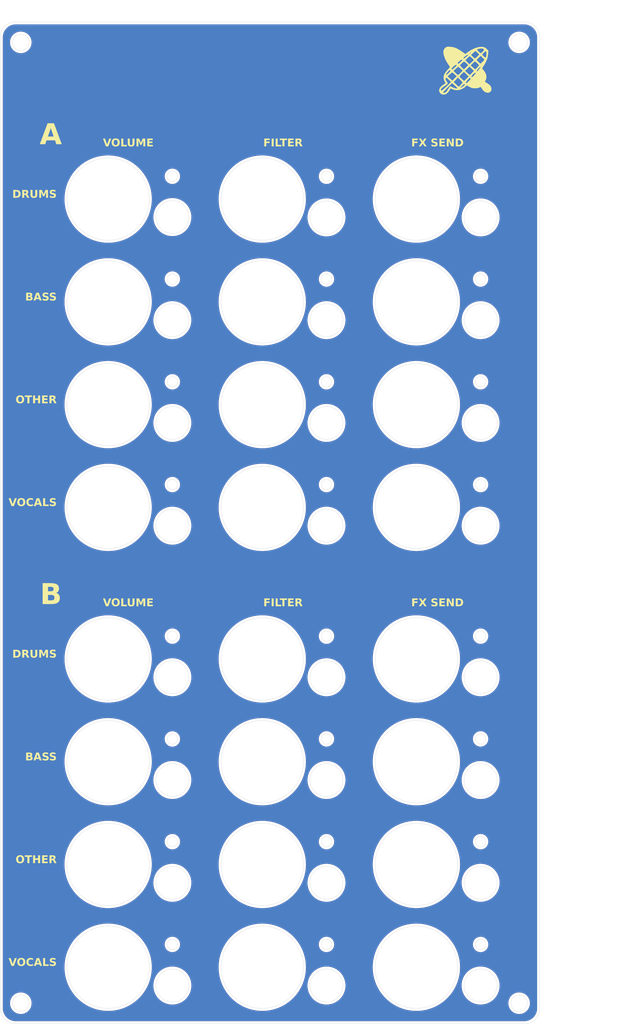
<source format=kicad_pcb>
(kicad_pcb (version 20240108) (generator "pcbnew") (generator_version "8.0")
  (layers (0 "F.Cu" signal) (31 "B.Cu" signal) (34 "B.Paste" user) (35 "F.Paste" user) (36 "B.SilkS" user "B.Silkscreen") (37 "F.SilkS" user "F.Silkscreen") (38 "B.Mask" user) (39 "F.Mask" user) (44 "Edge.Cuts" user))
  (net 0 "")
  (net 1 "GND")
  (net 2 "+3.3V")
  (net 3 "VBUS")
  (footprint "my_footprint:kinoshita-logo_simplified_300dpi" (layer "F.Cu") (at 144.5 51.5)
    (property "Reference" "G***" (hide yes))
    (property "Value" "LOGO" (hide yes))
    (fp_poly (pts (xy -3.143721 -4.650607) (xy -2.911092 -4.639609) (xy -2.435653 -4.585545) (xy -1.985254 -4.465568) (xy -1.522837 -4.26422) (xy -1.011342 -3.966043) (xy -0.555602 -3.657106) (xy 0.031797 -3.241092) (xy 0.201881 -3.366301) (xy 0.846666 -3.366301) (xy 0.869491 -3.30737) (xy 0.953349 -3.363126) (xy 1.066377 -3.483327) (xy 1.173643 -3.607873) (xy 1.161328 -3.621231) (xy 1.037166 -3.547627) (xy 0.894926 -3.438604) (xy 0.846666 -3.366301) (xy 0.201881 -3.366301) (xy 0.53026 -3.608039) (xy 1.212809 -4.048715) (xy 2.329494 -4.048715) (xy 2.434077 -3.886973) (xy 2.600221 -3.720148) (xy 2.804943 -3.53932) (xy 2.963853 -3.418214) (xy 3.027538 -3.386667) (xy 3.121894 -3.442666) (xy 3.287919 -3.586396) (xy 3.414136 -3.710112) (xy 3.593807 -3.899593) (xy 3.66844 -4.012951) (xy 3.65166 -4.094864) (xy 3.559752 -4.187604) (xy 3.429029 -4.275194) (xy 3.259574 -4.308149) (xy 2.995438 -4.294706) (xy 2.902406 -4.284399) (xy 2.554422 -4.230182) (xy 2.366531 -4.157369) (xy 2.329494 -4.048715) (xy 1.212809 -4.048715) (xy 1.217894 -4.051998) (xy 1.904297 -4.376698) (xy 2.566032 -4.574101) (xy 3.179663 -4.636169) (xy 3.462717 -4.613703) (xy 3.769113 -4.529334) (xy 4.038463 -4.353845) (xy 4.177315 -4.224606) (xy 4.508989 -3.892932) (xy 4.468642 -3.237633) (xy 4.355135 -2.523383) (xy 4.09777 -1.80877) (xy 3.68795 -1.070656) (xy 3.631964 -0.985185) (xy 3.468332 -0.730776) (xy 3.350276 -0.531581) (xy 3.302135 -0.428793) (xy 3.301999 -0.426808) (xy 3.358549 -0.330868) (xy 3.481153 -0.203622) (xy 3.624403 -0.039032) (xy 3.798282 0.208878) (xy 3.903692 0.381) (xy 4.100244 0.865248) (xy 4.138091 1.344966) (xy 4.016042 1.798224) (xy 3.984129 1.86209) (xy 3.826689 2.157847) (xy 4.320605 2.470142) (xy 4.703207 2.743759) (xy 4.946636 3.004795) (xy 5.074768 3.286367) (xy 5.110852 3.566148) (xy 5.09038 3.827636) (xy 4.986606 4.014466) (xy 4.872989 4.123804) (xy 4.657356 4.269283) (xy 4.432534 4.304741) (xy 4.299477 4.292387) (xy 3.954793 4.204886) (xy 3.667601 4.026241) (xy 3.395777 3.726327) (xy 3.280672 3.563816) (xy 3.001999 3.150009) (xy 2.749832 3.287581) (xy 2.452979 3.382723) (xy 2.019779 3.425208) (xy 1.905 3.427076) (xy 1.552499 3.416595) (xy 1.287183 3.368578) (xy 1.027737 3.262283) (xy 0.82102 3.150581) (xy 0.329706 2.872162) (xy -0.05151 3.207722) (xy -0.543421 3.542244) (xy -1.090059 3.744712) (xy -1.655584 3.808669) (xy -2.204158 3.727654) (xy -2.443413 3.638807) (xy -2.66386 3.540931) (xy -2.808855 3.480614) (xy -2.837498 3.471333) (xy -2.888639 3.538763) (xy -2.996753 3.714293) (xy -3.118138 3.924293) (xy -3.395589 4.293797) (xy -3.726477 4.541809) (xy -4.082551 4.660337) (xy -4.435559 4.641392) (xy -4.757247 4.476983) (xy -4.832513 4.409179) (xy -4.93747 4.252987) (xy -4.318 4.252987) (xy -4.252541 4.31745) (xy -4.093967 4.314533) (xy -3.898982 4.255775) (xy -3.724291 4.152713) (xy -3.695247 4.126276) (xy -3.546468 3.944526) (xy -3.368204 3.681471) (xy -3.254595 3.491362) (xy -3.109265 3.255866) (xy -2.985159 3.095244) (xy -2.921 3.04844) (xy -2.803211 3.084475) (xy -2.590576 3.176853) (xy -2.419818 3.260021) (xy -2.138259 3.378564) (xy -1.868768 3.452098) (xy -1.65359 3.473762) (xy -1.534971 3.436694) (xy -1.524 3.405501) (xy -1.581969 3.324625) (xy -0.931334 3.324625) (xy -0.916822 3.360136) (xy -0.855294 3.345975) (xy -0.719757 3.268169) (xy -0.48322 3.112747) (xy -0.355384 3.026462) (xy -0.14483 2.871383) (xy -0.060111 2.765355) (xy -0.078507 2.676156) (xy -0.093993 2.655763) (xy -0.168732 2.603225) (xy -0.269084 2.633184) (xy -0.428708 2.762566) (xy -0.56411 2.892187) (xy -0.758593 3.094064) (xy -0.891723 3.253304) (xy -0.931334 3.324625) (xy -1.581969 3.324625) (xy -1.583368 3.322674) (xy -1.741137 3.16078) (xy -1.966805 2.950559) (xy -2.039813 2.885633) (xy -2.555625 2.431596) (xy -3.436813 3.309785) (xy -3.747635 3.62375) (xy -4.01038 3.897158) (xy -4.203843 4.107314) (xy -4.306819 4.231519) (xy -4.318 4.252987) (xy -4.93747 4.252987) (xy -5.036088 4.10623) (xy -5.080053 3.776809) (xy -5.054837 3.699113) (xy -4.7261 3.699113) (xy -4.709667 3.855066) (xy -4.662433 3.899284) (xy -4.566167 3.868953) (xy -4.400254 3.750932) (xy -4.144075 3.532081) (xy -3.999917 3.402693) (xy -3.686806 3.115251) (xy -3.386571 2.832776) (xy -3.143756 2.597475) (xy -3.050811 2.503446) (xy -2.761033 2.201628) (xy -2.237592 2.201628) (xy -1.777855 2.667147) (xy -1.553 2.888043) (xy -1.373118 3.052212) (xy -1.270975 3.130056) (xy -1.262509 3.132667) (xy -1.180151 3.075162) (xy -1.022248 2.925721) (xy -0.85745 2.753558) (xy -0.672555 2.542559) (xy -0.545883 2.378092) (xy -0.514506 2.318517) (xy 0.138102 2.318517) (xy 0.160595 2.43439) (xy 0.241012 2.455333) (xy 0.326857 2.399234) (xy 0.494187 2.251757) (xy 0.707692 2.044131) (xy 0.719745 2.03192) (xy 0.935098 1.806327) (xy 1.044789 1.663192) (xy 1.066132 1.568566) (xy 1.016443 1.4885) (xy 1.003618 1.475333) (xy 0.924884 1.418079) (xy 0.839831 1.430793) (xy 0.717765 1.532764) (xy 0.52799 1.743284) (xy 0.470339 1.810488) (xy 0.24226 2.107989) (xy 0.138102 2.318517) (xy -0.514506 2.318517) (xy -0.508 2.306166) (xy -0.564212 2.217618) (xy -0.71261 2.046818) (xy -0.922839 1.828377) (xy -0.955427 1.796014) (xy -1.402853 1.354145) (xy -1.820222 1.777887) (xy -2.237592 2.201628) (xy -2.761033 2.201628) (xy -2.757288 2.197728) (xy -3.193627 1.761389) (xy -3.428706 1.536124) (xy -3.582794 1.419992) (xy -3.686704 1.394949) (xy -3.757727 1.431084) (xy -3.832038 1.595426) (xy -3.770796 1.840049) (xy -3.578173 2.149577) (xy -3.554308 2.180382) (xy -3.436429 2.359881) (xy -3.386674 2.49451) (xy -3.386667 2.495471) (xy -3.453885 2.584888) (xy -3.632579 2.732638) (xy -3.888312 2.911129) (xy -3.97359 2.96572) (xy -4.37536 3.245209) (xy -4.623381 3.486271) (xy -4.7261 3.699113) (xy -5.054837 3.699113) (xy -4.969169 3.435164) (xy -4.708187 3.09554) (xy -4.301866 2.772186) (xy -4.281654 2.759149) (xy -3.812721 2.459177) (xy -4.023027 2.063645) (xy -4.191381 1.607154) (xy -4.204895 1.15197) (xy -4.190751 1.106426) (xy -3.429 1.106426) (xy -2.966248 1.528785) (xy -2.503495 1.951145) (xy -2.077248 1.520463) (xy -1.700522 1.139817) (xy -1.100698 1.139817) (xy -1.041573 1.236089) (xy -0.886165 1.405836) (xy -0.667471 1.61317) (xy -0.656198 1.623229) (xy -0.211667 2.018792) (xy 0.233825 1.582808) (xy 0.668732 1.157184) (xy 1.216116 1.157184) (xy 1.221915 1.176028) (xy 1.299811 1.254151) (xy 1.401052 1.237295) (xy 1.551052 1.111204) (xy 1.768656 0.869311) (xy 1.970831 0.604157) (xy 2.043274 0.434792) (xy 2.027684 0.385151) (xy 1.930665 0.394414) (xy 1.768051 0.500809) (xy 1.577565 0.66731) (xy 1.396931 0.856891) (xy 1.263873 1.032525) (xy 1.216116 1.157184) (xy 0.668732 1.157184) (xy 0.679317 1.146825) (xy -0.251721 0.215787) (xy -0.676194 0.633877) (xy -0.887091 0.853286) (xy -1.039051 1.033665) (xy -1.100561 1.137455) (xy -1.100698 1.139817) (xy -1.700522 1.139817) (xy -1.651 1.08978) (xy -2.061358 0.714223) (xy -2.278606 0.522996) (xy -2.446875 0.388864) (xy -2.527025 0.34192) (xy -2.613467 0.396144) (xy -2.786563 0.535065) (xy -3.005667 0.725799) (xy -3.429 1.106426) (xy -4.190751 1.106426) (xy -4.107564 0.838564) (xy -3.735832 0.838564) (xy -3.655148 0.832146) (xy -3.484337 0.71287) (xy -3.233768 0.482526) (xy -3.188708 0.43725) (xy -2.97602 0.2103) (xy -2.874229 0.065604) (xy -2.871686 0.034236) (xy -2.288247 0.034236) (xy -1.88814 0.440451) (xy -1.673649 0.64625) (xy -1.498841 0.792388) (xy -1.403092 0.846667) (xy -1.303614 0.791132) (xy -1.125425 0.64573) (xy -0.913075 0.447683) (xy -0.708374 0.238686) (xy -0.562733 0.075916) (xy -0.539942 0.042333) (xy -0.01119 0.042333) (xy 0.423644 0.4445) (xy 0.646988 0.64286) (xy 0.822655 0.78376) (xy 0.914278 0.838136) (xy 0.916072 0.838052) (xy 0.998372 0.775051) (xy 1.155715 0.619384) (xy 1.33095 0.430191) (xy 1.643547 0.08088) (xy 2.241326 0.08088) (xy 2.308265 0.131219) (xy 2.406202 0.085069) (xy 2.553818 -0.073389) (xy 2.769793 -0.35998) (xy 2.782162 -0.377177) (xy 2.919659 -0.584627) (xy 2.990279 -0.724342) (xy 2.986222 -0.762) (xy 2.87386 -0.703759) (xy 2.708103 -0.556776) (xy 2.525724 -0.362657) (xy 2.363493 -0.163012) (xy 2.258182 0.000551) (xy 2.241326 0.08088) (xy 1.643547 0.08088) (xy 1.688234 0.030945) (xy 1.26745 -0.383511) (xy 0.846666 -0.797968) (xy 0.417738 -0.377817) (xy -0.01119 0.042333) (xy -0.539942 0.042333) (xy -0.508 -0.004731) (xy -0.56786 -0.082513) (xy -0.724374 -0.233746) (xy -0.93124 -0.415041) (xy -1.354479 -0.771921) (xy -1.821363 -0.368843) (xy -2.288247 0.034236) (xy -2.871686 0.034236) (xy -2.866794 -0.026094) (xy -2.902367 -0.069202) (xy -3.039373 -0.080535) (xy -3.230976 0.057895) (xy -3.468496 0.338783) (xy -3.585349 0.505672) (xy -3.716022 0.730335) (xy -3.735832 0.838564) (xy -4.107564 0.838564) (xy -4.060809 0.688013) (xy -3.756361 0.205205) (xy -3.404891 -0.191869) (xy -3.275914 -0.329741) (xy -2.644174 -0.329741) (xy -2.617995 -0.288294) (xy -2.545837 -0.240323) (xy -2.442804 -0.268516) (xy -2.27803 -0.388802) (xy -2.072405 -0.569863) (xy -1.855588 -0.780293) (xy -1.70325 -0.953799) (xy -1.654371 -1.040592) (xy -1.016 -1.040592) (xy -0.960908 -0.952615) (xy -0.822664 -0.791738) (xy -0.641823 -0.599842) (xy -0.458937 -0.418809) (xy -0.31456 -0.290518) (xy -0.254356 -0.254) (xy -0.17459 -0.309839) (xy -0.012831 -0.456165) (xy 0.193998 -0.659395) (xy 0.544105 -1.014848) (xy 1.064279 -1.014848) (xy 1.484639 -0.638218) (xy 1.705875 -0.446499) (xy 1.877712 -0.309559) (xy 1.961304 -0.257794) (xy 2.042344 -0.314483) (xy 2.197212 -0.465904) (xy 2.366274 -0.650105) (xy 2.71494 -1.046211) (xy 2.703044 -1.058333) (xy 3.217333 -1.058333) (xy 3.259666 -1.016) (xy 3.302 -1.058333) (xy 3.259666 -1.100667) (xy 3.217333 -1.058333) (xy 2.703044 -1.058333) (xy 2.355841 -1.412105) (xy 2.150712 -1.606703) (xy 1.983762 -1.739409) (xy 1.905 -1.778) (xy 1.801688 -1.721524) (xy 1.624135 -1.574434) (xy 1.438767 -1.396424) (xy 1.064279 -1.014848) (xy 0.544105 -1.014848) (xy 0.593297 -1.064791) (xy 0.220023 -1.431132) (xy 0.01196 -1.618609) (xy -0.155277 -1.73923) (xy -0.235715 -1.76657) (xy -0.349577 -1.691597) (xy -0.526152 -1.544475) (xy -0.722356 -1.365291) (xy -0.895103 -1.194132) (xy -1.001306 -1.071084) (xy -1.016 -1.040592) (xy -1.654371 -1.040592) (xy -1.646307 -1.054909) (xy -1.646687 -1.058333) (xy -1.728612 -1.141546) (xy -1.901475 -1.094804) (xy -2.153706 -0.922932) (xy -2.322123 -0.776765) (xy -2.538012 -0.565686) (xy -2.639046 -0.427105) (xy -2.644174 -0.329741) (xy -3.275914 -0.329741) (xy -3.155675 -0.458271) (xy -3.022388 -0.639305) (xy -2.990342 -0.757371) (xy -3.006963 -0.798761) (xy -3.355077 -1.307417) (xy -3.48395 -1.512058) (xy -1.455943 -1.512058) (xy -1.452734 -1.418216) (xy -1.432446 -1.388701) (xy -1.357541 -1.339984) (xy -1.250969 -1.373303) (xy -1.07988 -1.504747) (xy -0.941556 -1.629138) (xy -0.737172 -1.830044) (xy -0.595596 -1.993211) (xy -0.573954 -2.032) (xy 0.04941 -2.032) (xy 0.423333 -1.651) (xy 0.624755 -1.453088) (xy 0.77868 -1.315336) (xy 0.846311 -1.27) (xy 0.926077 -1.325839) (xy 1.087836 -1.472165) (xy 1.294665 -1.675395) (xy 1.693895 -2.080721) (xy 2.201355 -2.080721) (xy 2.557639 -1.717694) (xy 2.75431 -1.525028) (xy 2.90319 -1.39339) (xy 2.963333 -1.354667) (xy 3.04378 -1.410483) (xy 3.204444 -1.555985) (xy 3.386666 -1.735667) (xy 3.760589 -2.116667) (xy 3.386356 -2.497982) (xy 3.012123 -2.879298) (xy 2.606739 -2.480009) (xy 2.201355 -2.080721) (xy 1.693895 -2.080721) (xy 1.693964 -2.080791) (xy 1.33061 -2.437395) (xy 1.123714 -2.627517) (xy 0.957723 -2.756883) (xy 0.882256 -2.794) (xy 0.782578 -2.737631) (xy 0.607735 -2.590816) (xy 0.423333 -2.413) (xy 0.04941 -2.032) (xy -0.573954 -2.032) (xy -0.550334 -2.074333) (xy -0.603774 -2.155583) (xy -0.760614 -2.109047) (xy -1.015629 -1.936844) (xy -1.143183 -1.833896) (xy -1.359402 -1.640394) (xy -1.455943 -1.512058) (xy -3.48395 -1.512058) (xy -3.615544 -1.721017) (xy -3.809162 -2.074561) (xy -3.949302 -2.384662) (xy -3.956749 -2.406081) (xy -0.326597 -2.406081) (xy -0.28338 -2.343602) (xy -0.203197 -2.370581) (xy -0.042735 -2.481353) (xy 0.156994 -2.641548) (xy 0.354977 -2.816796) (xy 0.510202 -2.972726) (xy 0.565735 -3.048455) (xy 1.150523 -3.048455) (xy 1.481444 -2.709561) (xy 1.679119 -2.52285) (xy 1.838875 -2.399763) (xy 1.904554 -2.370667) (xy 2.00815 -2.427147) (xy 2.185852 -2.574219) (xy 2.370443 -2.751439) (xy 2.744143 -3.132212) (xy 2.740993 -3.135438) (xy 3.264928 -3.135438) (xy 3.596857 -2.795512) (xy 3.809408 -2.600164) (xy 3.954279 -2.536086) (xy 4.047088 -2.613254) (xy 4.103452 -2.841642) (xy 4.132638 -3.137708) (xy 4.142355 -3.503964) (xy 4.100919 -3.71236) (xy 3.999494 -3.768995) (xy 3.829243 -3.679967) (xy 3.620636 -3.491147) (xy 3.264928 -3.135438) (xy 2.740993 -3.135438) (xy 2.413222 -3.471106) (xy 2.215547 -3.657817) (xy 2.055791 -3.780904) (xy 1.990112 -3.81) (xy 1.886516 -3.75352) (xy 1.708814 -3.606448) (xy 1.524223 -3.429228) (xy 1.150523 -3.048455) (xy 0.565735 -3.048455) (xy 0.578555 -3.065937) (xy 0.568974 -3.133155) (xy 0.446807 -3.095169) (xy 0.226708 -2.95851) (xy 0.054508 -2.832455) (xy -0.189727 -2.635234) (xy -0.310456 -2.502233) (xy -0.326597 -2.406081) (xy -3.956749 -2.406081) (xy -4.159829 -2.990125) (xy -4.251727 -3.489304) (xy -4.224447 -3.89729) (xy -4.07744 -4.22917) (xy -3.874198 -4.449231) (xy -3.729012 -4.561259) (xy -3.591369 -4.62574) (xy -3.412521 -4.652311) (xy -3.143721 -4.650607)) (stroke (width 0.01)) (fill solid) (layer "F.SilkS"))
  )
  (gr_circle (center 105 186) (end 113 186) (stroke (width 0.05)) (fill none) (layer "Edge.Cuts"))
  (gr_circle (center 117.5 120.06336) (end 120.7 120.06336) (stroke (width 0.05)) (fill none) (layer "Edge.Cuts"))
  (gr_circle (center 87.5 120.06336) (end 90.7 120.06336) (stroke (width 0.05)) (fill none) (layer "Edge.Cuts"))
  (gr_circle (center 147.5 221.56336) (end 148.5 221.56336) (stroke (width 0.05)) (fill none) (layer "Edge.Cuts"))
  (gr_circle (center 117.5 112.06336) (end 118.5 112.06336) (stroke (width 0.05)) (fill none) (layer "Edge.Cuts"))
  (gr_circle (center 58 46) (end 59.6 46) (stroke (width 0.05)) (fill none) (layer "Edge.Cuts"))
  (gr_circle (center 75 186) (end 83 186) (stroke (width 0.05)) (fill none) (layer "Edge.Cuts"))
  (gr_circle (center 75 226) (end 83 226) (stroke (width 0.05)) (fill none) (layer "Edge.Cuts"))
  (gr_line (start 54 234) (end 54 45) (stroke (width 0.05)) (layer "Edge.Cuts"))
  (gr_circle (center 147.5 161.56336) (end 148.5 161.56336) (stroke (width 0.05)) (fill none) (layer "Edge.Cuts"))
  (gr_circle (center 135 76.5) (end 143 76.5) (stroke (width 0.05)) (fill none) (layer "Edge.Cuts"))
  (gr_circle (center 105 76.5) (end 113 76.5) (stroke (width 0.05)) (fill none) (layer "Edge.Cuts"))
  (gr_circle (center 147.5 229.56336) (end 150.7 229.56336) (stroke (width 0.05)) (fill none) (layer "Edge.Cuts"))
  (gr_circle (center 135 136.5) (end 143 136.5) (stroke (width 0.05)) (fill none) (layer "Edge.Cuts"))
  (gr_circle (center 135 116.5) (end 143 116.5) (stroke (width 0.05)) (fill none) (layer "Edge.Cuts"))
  (gr_circle (center 147.5 112.06336) (end 148.5 112.06336) (stroke (width 0.05)) (fill none) (layer "Edge.Cuts"))
  (gr_circle (center 87.5 132.06336) (end 88.5 132.06336) (stroke (width 0.05)) (fill none) (layer "Edge.Cuts"))
  (gr_circle (center 87.5 100.06336) (end 90.7 100.06336) (stroke (width 0.05)) (fill none) (layer "Edge.Cuts"))
  (gr_circle (center 155 46) (end 156.6 46) (stroke (width 0.05)) (fill none) (layer "Edge.Cuts"))
  (gr_circle (center 87.5 221.56336) (end 88.5 221.56336) (stroke (width 0.05)) (fill none) (layer "Edge.Cuts"))
  (gr_circle (center 147.5 209.56336) (end 150.7 209.56336) (stroke (width 0.05)) (fill none) (layer "Edge.Cuts"))
  (gr_circle (center 75 166) (end 83 166) (stroke (width 0.05)) (fill none) (layer "Edge.Cuts"))
  (gr_arc (start 57 237) (mid 54.87868 236.12132) (end 54 234) (stroke (width 0.05)) (layer "Edge.Cuts"))
  (gr_circle (center 75 206) (end 83 206) (stroke (width 0.05)) (fill none) (layer "Edge.Cuts"))
  (gr_circle (center 117.5 132.06336) (end 118.5 132.06336) (stroke (width 0.05)) (fill none) (layer "Edge.Cuts"))
  (gr_circle (center 105 166) (end 113 166) (stroke (width 0.05)) (fill none) (layer "Edge.Cuts"))
  (gr_circle (center 87.5 140.06336) (end 90.7 140.06336) (stroke (width 0.05)) (fill none) (layer "Edge.Cuts"))
  (gr_circle (center 87.5 229.56336) (end 90.7 229.56336) (stroke (width 0.05)) (fill none) (layer "Edge.Cuts"))
  (gr_circle (center 117.5 92.06336) (end 118.5 92.06336) (stroke (width 0.05)) (fill none) (layer "Edge.Cuts"))
  (gr_circle (center 117.5 72.06336) (end 118.5 72.06336) (stroke (width 0.05)) (fill none) (layer "Edge.Cuts"))
  (gr_circle (center 75 96.5) (end 83 96.5) (stroke (width 0.05)) (fill none) (layer "Edge.Cuts"))
  (gr_circle (center 87.5 189.56336) (end 90.7 189.56336) (stroke (width 0.05)) (fill none) (layer "Edge.Cuts"))
  (gr_circle (center 87.5 72.06336) (end 88.5 72.06336) (stroke (width 0.05)) (fill none) (layer "Edge.Cuts"))
  (gr_circle (center 117.5 140.06336) (end 120.7 140.06336) (stroke (width 0.05)) (fill none) (layer "Edge.Cuts"))
  (gr_circle (center 135 96.5) (end 143 96.5) (stroke (width 0.05)) (fill none) (layer "Edge.Cuts"))
  (gr_circle (center 147.5 169.56336) (end 150.7 169.56336) (stroke (width 0.05)) (fill none) (layer "Edge.Cuts"))
  (gr_arc (start 159 234) (mid 158.12132 236.12132) (end 156 237) (stroke (width 0.05)) (layer "Edge.Cuts"))
  (gr_circle (center 147.5 100.06336) (end 150.7 100.06336) (stroke (width 0.05)) (fill none) (layer "Edge.Cuts"))
  (gr_circle (center 117.5 181.56336) (end 118.5 181.56336) (stroke (width 0.05)) (fill none) (layer "Edge.Cuts"))
  (gr_circle (center 135 166) (end 143 166) (stroke (width 0.05)) (fill none) (layer "Edge.Cuts"))
  (gr_circle (center 117.5 221.56336) (end 118.5 221.56336) (stroke (width 0.05)) (fill none) (layer "Edge.Cuts"))
  (gr_circle (center 87.5 209.56336) (end 90.7 209.56336) (stroke (width 0.05)) (fill none) (layer "Edge.Cuts"))
  (gr_circle (center 87.5 181.575) (end 88.5 181.575) (stroke (width 0.05)) (fill none) (layer "Edge.Cuts"))
  (gr_line (start 156 237) (end 57 237) (stroke (width 0.05)) (layer "Edge.Cuts"))
  (gr_circle (center 105 136.5) (end 113 136.5) (stroke (width 0.05)) (fill none) (layer "Edge.Cuts"))
  (gr_circle (center 147.5 189.56336) (end 150.7 189.56336) (stroke (width 0.05)) (fill none) (layer "Edge.Cuts"))
  (gr_circle (center 105 96.5) (end 113 96.5) (stroke (width 0.05)) (fill none) (layer "Edge.Cuts"))
  (gr_circle (center 135 206) (end 143 206) (stroke (width 0.05)) (fill none) (layer "Edge.Cuts"))
  (gr_circle (center 87.5 201.56336) (end 88.5 201.56336) (stroke (width 0.05)) (fill none) (layer "Edge.Cuts"))
  (gr_circle (center 105 116.5) (end 113 116.5) (stroke (width 0.05)) (fill none) (layer "Edge.Cuts"))
  (gr_circle (center 155 233) (end 156.6 233) (stroke (width 0.05)) (fill none) (layer "Edge.Cuts"))
  (gr_circle (center 117.5 201.56336) (end 118.5 201.56336) (stroke (width 0.05)) (fill none) (layer "Edge.Cuts"))
  (gr_line (start 159 45) (end 159 234) (stroke (width 0.05)) (layer "Edge.Cuts"))
  (gr_arc (start 156 42) (mid 158.12132 42.87868) (end 159 45) (stroke (width 0.05)) (layer "Edge.Cuts"))
  (gr_circle (center 117.5 229.56336) (end 120.7 229.56336) (stroke (width 0.05)) (fill none) (layer "Edge.Cuts"))
  (gr_circle (center 75 116.5) (end 83 116.5) (stroke (width 0.05)) (fill none) (layer "Edge.Cuts"))
  (gr_circle (center 87.5 169.56336) (end 90.7 169.56336) (stroke (width 0.05)) (fill none) (layer "Edge.Cuts"))
  (gr_circle (center 117.5 169.56336) (end 120.7 169.56336) (stroke (width 0.05)) (fill none) (layer "Edge.Cuts"))
  (gr_circle (center 117.5 100.06336) (end 120.7 100.06336) (stroke (width 0.05)) (fill none) (layer "Edge.Cuts"))
  (gr_circle (center 105 226) (end 113 226) (stroke (width 0.05)) (fill none) (layer "Edge.Cuts"))
  (gr_circle (center 147.5 120.06336) (end 150.7 120.06336) (stroke (width 0.05)) (fill none) (layer "Edge.Cuts"))
  (gr_circle (center 117.5 189.56336) (end 120.7 189.56336) (stroke (width 0.05)) (fill none) (layer "Edge.Cuts"))
  (gr_circle (center 117.5 209.56336) (end 120.7 209.56336) (stroke (width 0.05)) (fill none) (layer "Edge.Cuts"))
  (gr_circle (center 147.5 181.56336) (end 148.5 181.56336) (stroke (width 0.05)) (fill none) (layer "Edge.Cuts"))
  (gr_line (start 57 42) (end 156 42) (stroke (width 0.05)) (layer "Edge.Cuts"))
  (gr_circle (center 58 233) (end 59.6 233) (stroke (width 0.05)) (fill none) (layer "Edge.Cuts"))
  (gr_circle (center 87.5 80) (end 90.7 80) (stroke (width 0.05)) (fill none) (layer "Edge.Cuts"))
  (gr_circle (center 147.5 140.06336) (end 150.7 140.06336) (stroke (width 0.05)) (fill none) (layer "Edge.Cuts"))
  (gr_circle (center 105 206) (end 113 206) (stroke (width 0.05)) (fill none) (layer "Edge.Cuts"))
  (gr_circle (center 87.5 92.06336) (end 88.5 92.06336) (stroke (width 0.05)) (fill none) (layer "Edge.Cuts"))
  (gr_circle (center 135 186) (end 143 186) (stroke (width 0.05)) (fill none) (layer "Edge.Cuts"))
  (gr_circle (center 117.5 80.06336) (end 120.7 80.06336) (stroke (width 0.05)) (fill none) (layer "Edge.Cuts"))
  (gr_circle (center 147.5 201.56336) (end 148.5 201.56336) (stroke (width 0.05)) (fill none) (layer "Edge.Cuts"))
  (gr_arc (start 54 45) (mid 54.87868 42.87868) (end 57 42) (stroke (width 0.05)) (layer "Edge.Cuts"))
  (gr_circle (center 147.5 72.06336) (end 148.5 72.06336) (stroke (width 0.05)) (fill none) (layer "Edge.Cuts"))
  (gr_circle (center 87.5 161.56336) (end 88.5 161.56336) (stroke (width 0.05)) (fill none) (layer "Edge.Cuts"))
  (gr_circle (center 147.5 132.06336) (end 148.5 132.06336) (stroke (width 0.05)) (fill none) (layer "Edge.Cuts"))
  (gr_circle (center 117.5 161.56336) (end 118.5 161.56336) (stroke (width 0.05)) (fill none) (layer "Edge.Cuts"))
  (gr_circle (center 135 226) (end 143 226) (stroke (width 0.05)) (fill none) (layer "Edge.Cuts"))
  (gr_circle (center 147.5 92.06336) (end 148.5 92.06336) (stroke (width 0.05)) (fill none) (layer "Edge.Cuts"))
  (gr_circle (center 87.5 112.06336) (end 88.5 112.06336) (stroke (width 0.05)) (fill none) (layer "Edge.Cuts"))
  (gr_circle (center 147.5 80.06336) (end 150.7 80.06336) (stroke (width 0.05)) (fill none) (layer "Edge.Cuts"))
  (gr_circle (center 75 76.5) (end 83 76.5) (stroke (width 0.05)) (fill none) (layer "Edge.Cuts"))
  (gr_circle (center 75 136.5) (end 83 136.5) (stroke (width 0.05)) (fill none) (layer "Edge.Cuts"))
  (gr_text "BASS" (at 65 186 0) (layer "F.SilkS") (effects (font (size 1.5 1.5) (thickness 0.5) (bold yes)) (justify right bottom)))
  (gr_text "OTHER" (at 65 206 0) (layer "F.SilkS") (effects (font (size 1.5 1.5) (thickness 0.5) (bold yes)) (justify right bottom)))
  (gr_text "VOLUME" (at 73.988303 156 0) (layer "F.SilkS") (effects (font (size 1.5 1.5) (thickness 0.5) (bold yes)) (justify left bottom)))
  (gr_text "FX SEND" (at 133.988303 156 0) (layer "F.SilkS") (effects (font (size 1.5 1.5) (thickness 0.5) (bold yes)) (justify left bottom)))
  (gr_text "OTHER" (at 65 116.5 0) (layer "F.SilkS") (effects (font (size 1.5 1.5) (thickness 0.5) (bold yes)) (justify right bottom)))
  (gr_text "FILTER" (at 105.199748 156 0) (layer "F.SilkS") (effects (font (size 1.5 1.5) (thickness 0.5) (bold yes)) (justify left bottom)))
  (gr_text "VOCALS" (at 65 226 0) (layer "F.SilkS") (effects (font (size 1.5 1.5) (thickness 0.5) (bold yes)) (justify right bottom)))
  (gr_text "VOCALS" (at 65 136.5 0) (layer "F.SilkS") (effects (font (size 1.5 1.5) (thickness 0.5) (bold yes)) (justify right bottom)))
  (gr_text "B" (at 66 156 0) (layer "F.SilkS") (effects (font (size 4 4) (thickness 0.6) (bold yes)) (justify right bottom)))
  (gr_text "BASS" (at 65 96.5 0) (layer "F.SilkS") (effects (font (size 1.5 1.5) (thickness 0.5) (bold yes)) (justify right bottom)))
  (gr_text "DRUMS" (at 65 166 0) (layer "F.SilkS") (effects (font (size 1.5 1.5) (thickness 0.5) (bold yes)) (justify right bottom)))
  (gr_text "VOLUME" (at 73.988303 66.5 0) (layer "F.SilkS") (effects (font (size 1.5 1.5) (thickness 0.5) (bold yes)) (justify left bottom)))
  (gr_text "A" (at 66 66.5 0) (layer "F.SilkS") (effects (font (size 4 4) (thickness 0.6) (bold yes)) (justify right bottom)))
  (gr_text "DRUMS" (at 65 76.5 0) (layer "F.SilkS") (effects (font (size 1.5 1.5) (thickness 0.5) (bold yes)) (justify right bottom)))
  (gr_text "FX SEND" (at 133.988303 66.5 0) (layer "F.SilkS") (effects (font (size 1.5 1.5) (thickness 0.5) (bold yes)) (justify left bottom)))
  (gr_text "FILTER" (at 105.199748 66.5 0) (layer "F.SilkS") (effects (font (size 1.5 1.5) (thickness 0.5) (bold yes)) (justify left bottom)))
  (zone (net 1) (net_name "GND") (layer "F.Cu") (priority 100) (connect_pads (clearance 0.5)) (min_thickness 0.25) (fill yes (thermal_gap 0.5) (thermal_bridge_width 0.5))
    (polygon (pts (xy 54 42) (xy 159 42) (xy 159 237) (xy 54 237)))
  )
  (zone (net 2) (net_name "+3.3V") (layer "B.Cu") (priority 100) (connect_pads (clearance 0.5)) (min_thickness 0.25) (fill yes (thermal_gap 0.5) (thermal_bridge_width 0.5))
    (polygon (pts (xy 54 42) (xy 159 42) (xy 159 237) (xy 54 237)))
  )
)
</source>
